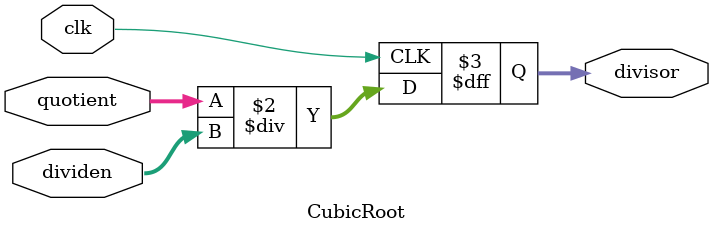
<source format=v>
`timescale 1ns / 1ps


module CubicRoot(
    input clk,
    input [7:0] dividen,
    input [7:0] quotient,
    output reg [7:0] divisor
    );
    reg [7:0] test;
    always@(posedge clk)begin 
        divisor<=quotient/dividen;
    end
endmodule

</source>
